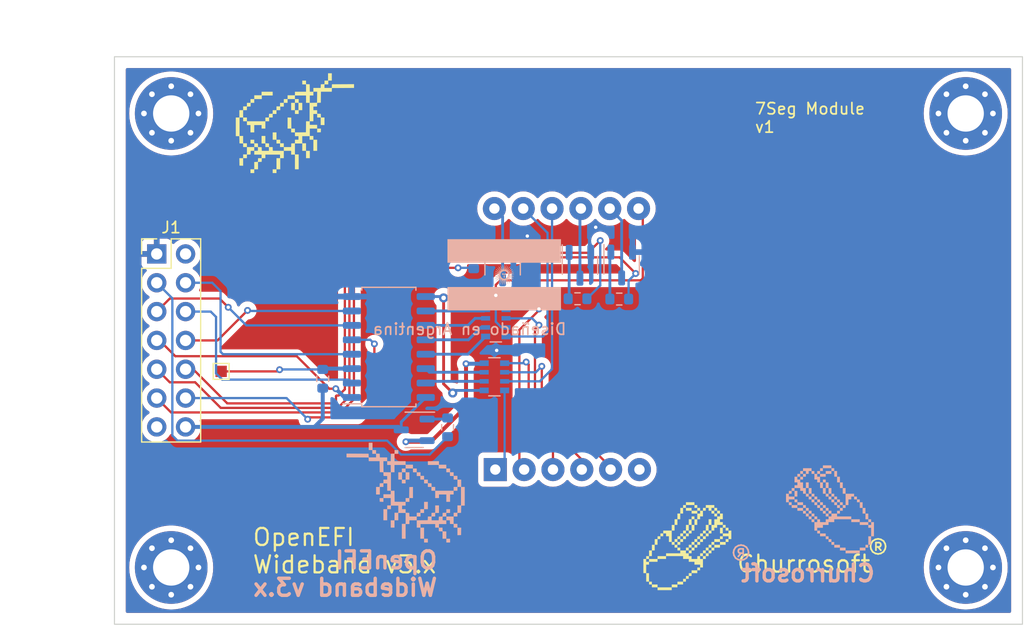
<source format=kicad_pcb>
(kicad_pcb (version 20231014) (generator "pcbnew") (generator_version "7.99")
  (layers (0 "F.Cu" signal) (31 "B.Cu" signal) (34 "B.Paste" user) (35 "F.Paste" user) (36 "B.SilkS" user "B.Silkscreen") (37 "F.SilkS" user "F.Silkscreen") (38 "B.Mask" user) (39 "F.Mask" user) (44 "Edge.Cuts" user))
  (net 0 "")
  (net 1 "GND")
  (net 2 "/DC")
  (net 3 "+5V")
  (net 4 "/DA")
  (net 5 "/PWM")
  (net 6 "/DB")
  (net 7 "/DD")
  (net 8 "Net-(Q1-B)")
  (net 9 "Net-(Q1-E)")
  (net 10 "Net-(Q2-C)")
  (net 11 "Net-(Q2-B)")
  (net 12 "Net-(U5-~{LT})")
  (net 13 "Net-(Q3-B)")
  (net 14 "Net-(Q3-C)")
  (net 15 "Net-(Q4-B)")
  (net 16 "Net-(Q4-C)")
  (net 17 "/SEG_1")
  (net 18 "/SEG_2")
  (net 19 "/SEG_3")
  (net 20 "/ENABLE")
  (net 21 "+12VA")
  (net 22 "/DP_SEG")
  (net 24 "Net-(RN5-R1.2)")
  (net 25 "Net-(RN5-R3.1)")
  (net 26 "Net-(RN5-R4.1)")
  (net 27 "Net-(RN5-R3.2)")
  (net 28 "Net-(RN5-R2.1)")
  (net 29 "Net-(RN5-R1.1)")
  (net 30 "Net-(RN5-R4.2)")
  (net 31 "Net-(RN5-R2.2)")
  (net 32 "Net-(RN6-R2.1)")
  (net 33 "Net-(RN6-R4.2)")
  (net 34 "Net-(RN6-R1.2)")
  (net 35 "Net-(RN6-R1.1)")
  (net 36 "Net-(RN6-R2.2)")
  (net 37 "Net-(RN6-R3.2)")
  (net 38 "Net-(RN6-R3.1)")
  (footprint "LOGO" (layer "F.Cu") (at 141.564 81.395)
    (property "Reference" "G***" (hide yes))
    (property "Value" "LOGO" (hide yes))
  )
  (footprint "MountingHole:MountingHole_3.2mm_M3_Pad_Via" (layer "F.Cu") (at 130.664 80.395)
    (property "Reference" "H2" (hide yes))
    (property "Value" "MountingHole")
    (pad "1" thru_hole circle (at -2.4 0) (size 0.8 0.8) (drill 0.5) (layers "*.Cu" "*.Mask"))
    (pad "1" thru_hole circle (at -1.697056 -1.697056) (size 0.8 0.8) (drill 0.5) (layers "*.Cu" "*.Mask"))
    (pad "1" thru_hole circle (at -1.697056 1.697056) (size 0.8 0.8) (drill 0.5) (layers "*.Cu" "*.Mask"))
    (pad "1" thru_hole circle (at 0 -2.4) (size 0.8 0.8) (drill 0.5) (layers "*.Cu" "*.Mask"))
    (pad "1" thru_hole circle (at 0 0) (size 6.4 6.4) (drill 3.2) (layers "*.Cu" "*.Mask"))
    (pad "1" thru_hole circle (at 0 2.4) (size 0.8 0.8) (drill 0.5) (layers "*.Cu" "*.Mask"))
    (pad "1" thru_hole circle (at 1.697056 -1.697056) (size 0.8 0.8) (drill 0.5) (layers "*.Cu" "*.Mask"))
    (pad "1" thru_hole circle (at 1.697056 1.697056) (size 0.8 0.8) (drill 0.5) (layers "*.Cu" "*.Mask"))
    (pad "1" thru_hole circle (at 2.4 0) (size 0.8 0.8) (drill 0.5) (layers "*.Cu" "*.Mask"))
  )
  (footprint "LOGO" (layer "F.Cu") (at 176.264 118.395)
    (property "Reference" "G***" (hide yes))
    (property "Value" "LOGO" (hide yes))
  )
  (footprint "Connector_PinHeader_2.00mm:PinHeader_2x12_P2.00mm_Vertical" (layer "F.Cu") (at 163.679 99.77)
    (property "Reference" "U1" (hide yes))
    (property "Value" "~" (hide yes))
    (pad "1" thru_hole rect (at -4.460001 11.999999) (size 2.032 2.032) (drill 0.9144) (layers "*.Cu" "*.Mask") (net 34 "Net-(RN6-R1.2)"))
    (pad "2" thru_hole circle (at -1.920001 12) (size 2.032 2.032) (drill 0.9144) (layers "*.Cu" "*.Mask") (net 30 "Net-(RN5-R4.2)"))
    (pad "3" thru_hole circle (at 0.619999 12) (size 2.032 2.032) (drill 0.9144) (layers "*.Cu" "*.Mask") (net 33 "Net-(RN6-R4.2)"))
    (pad "4" thru_hole circle (at 3.16 12) (size 2.032 2.032) (drill 0.9144) (layers "*.Cu" "*.Mask") (net 27 "Net-(RN5-R3.2)"))
    (pad "5" thru_hole circle (at 5.699999 11.999999) (size 2.032 2.032) (drill 0.9144) (layers "*.Cu" "*.Mask") (net 37 "Net-(RN6-R3.2)"))
    (pad "6" thru_hole circle (at 8.239999 12) (size 2.032 2.032) (drill 0.9144) (layers "*.Cu" "*.Mask"))
    (pad "7" thru_hole circle (at 8.16 -11) (size 2.032 2.032) (drill 0.9144) (layers "*.Cu" "*.Mask") (net 31 "Net-(RN5-R2.2)"))
    (pad "8" thru_hole circle (at 5.620001 -11) (size 2.032 2.032) (drill 0.9144) (layers "*.Cu" "*.Mask") (net 16 "Net-(Q4-C)"))
    (pad "9" thru_hole circle (at 3.080001 -11) (size 2.032 2.032) (drill 0.9144) (layers "*.Cu" "*.Mask") (net 14 "Net-(Q3-C)"))
    (pad "10" thru_hole circle (at 0.54 -11) (size 2.032 2.032) (drill 0.9144) (layers "*.Cu" "*.Mask") (net 36 "Net-(RN6-R2.2)"))
    (pad "11" thru_hole circle (at -2 -11) (size 2.032 2.032) (drill 0.9144) (layers "*.Cu" "*.Mask") (net 24 "Net-(RN5-R1.2)"))
    (pad "12" thru_hole circle (at -4.54 -11) (size 2.032 2.032) (drill 0.9144) (layers "*.Cu" "*.Mask") (net 10 "Net-(Q2-C)"))
  )
  (footprint "TestPoint:TestPoint_Pad_1.0x1.0mm" (layer "F.Cu") (at 135.064 103.12)
    (property "Reference" "TP3" (hide yes))
    (property "Value" "TestPoint")
    (pad "1" smd rect (at 0 0) (size 1 1) (layers "F.Cu" "F.Mask") (net 12 "Net-(U5-~{LT})"))
  )
  (footprint "MountingHole:MountingHole_3.2mm_M3_Pad_Via" (layer "F.Cu") (at 130.664 120.395)
    (property "Reference" "H3" (hide yes))
    (property "Value" "MountingHole")
    (pad "1" thru_hole circle (at -2.4 0) (size 0.8 0.8) (drill 0.5) (layers "*.Cu" "*.Mask"))
    (pad "1" thru_hole circle (at -1.697056 -1.697056) (size 0.8 0.8) (drill 0.5) (layers "*.Cu" "*.Mask"))
    (pad "1" thru_hole circle (at -1.697056 1.697056) (size 0.8 0.8) (drill 0.5) (layers "*.Cu" "*.Mask"))
    (pad "1" thru_hole circle (at 0 -2.4) (size 0.8 0.8) (drill 0.5) (layers "*.Cu" "*.Mask"))
    (pad "1" thru_hole circle (at 0 0) (size 6.4 6.4) (drill 3.2) (layers "*.Cu" "*.Mask"))
    (pad "1" thru_hole circle (at 0 2.4) (size 0.8 0.8) (drill 0.5) (layers "*.Cu" "*.Mask"))
    (pad "1" thru_hole circle (at 1.697056 -1.697056) (size 0.8 0.8) (drill 0.5) (layers "*.Cu" "*.Mask"))
    (pad "1" thru_hole circle (at 1.697056 1.697056) (size 0.8 0.8) (drill 0.5) (layers "*.Cu" "*.Mask"))
    (pad "1" thru_hole circle (at 2.4 0) (size 0.8 0.8) (drill 0.5) (layers "*.Cu" "*.Mask"))
  )
  (footprint "MountingHole:MountingHole_3.2mm_M3_Pad_Via" (layer "F.Cu") (at 200.664 120.395)
    (property "Reference" "H4" (hide yes))
    (property "Value" "MountingHole")
    (pad "1" thru_hole circle (at -2.4 0) (size 0.8 0.8) (drill 0.5) (layers "*.Cu" "*.Mask"))
    (pad "1" thru_hole circle (at -1.697056 -1.697056) (size 0.8 0.8) (drill 0.5) (layers "*.Cu" "*.Mask"))
    (pad "1" thru_hole circle (at -1.697056 1.697056) (size 0.8 0.8) (drill 0.5) (layers "*.Cu" "*.Mask"))
    (pad "1" thru_hole circle (at 0 -2.4) (size 0.8 0.8) (drill 0.5) (layers "*.Cu" "*.Mask"))
    (pad "1" thru_hole circle (at 0 0) (size 6.4 6.4) (drill 3.2) (layers "*.Cu" "*.Mask"))
    (pad "1" thru_hole circle (at 0 2.4) (size 0.8 0.8) (drill 0.5) (layers "*.Cu" "*.Mask"))
    (pad "1" thru_hole circle (at 1.697056 -1.697056) (size 0.8 0.8) (drill 0.5) (layers "*.Cu" "*.Mask"))
    (pad "1" thru_hole circle (at 1.697056 1.697056) (size 0.8 0.8) (drill 0.5) (layers "*.Cu" "*.Mask"))
    (pad "1" thru_hole circle (at 2.4 0) (size 0.8 0.8) (drill 0.5) (layers "*.Cu" "*.Mask"))
  )
  (footprint "MountingHole:MountingHole_3.2mm_M3_Pad_Via" (layer "F.Cu") (at 200.664 80.395)
    (property "Reference" "H1" (hide yes))
    (property "Value" "MountingHole")
    (pad "1" thru_hole circle (at -2.4 0) (size 0.8 0.8) (drill 0.5) (layers "*.Cu" "*.Mask"))
    (pad "1" thru_hole circle (at -1.697056 -1.697056) (size 0.8 0.8) (drill 0.5) (layers "*.Cu" "*.Mask"))
    (pad "1" thru_hole circle (at -1.697056 1.697056) (size 0.8 0.8) (drill 0.5) (layers "*.Cu" "*.Mask"))
    (pad "1" thru_hole circle (at 0 -2.4) (size 0.8 0.8) (drill 0.5) (layers "*.Cu" "*.Mask"))
    (pad "1" thru_hole circle (at 0 0) (size 6.4 6.4) (drill 3.2) (layers "*.Cu" "*.Mask"))
    (pad "1" thru_hole circle (at 0 2.4) (size 0.8 0.8) (drill 0.5) (layers "*.Cu" "*.Mask"))
    (pad "1" thru_hole circle (at 1.697056 -1.697056) (size 0.8 0.8) (drill 0.5) (layers "*.Cu" "*.Mask"))
    (pad "1" thru_hole circle (at 1.697056 1.697056) (size 0.8 0.8) (drill 0.5) (layers "*.Cu" "*.Mask"))
    (pad "1" thru_hole circle (at 2.4 0) (size 0.8 0.8) (drill 0.5) (layers "*.Cu" "*.Mask"))
  )
  (footprint "Connector_PinHeader_2.54mm:PinHeader_2x07_P2.54mm_Vertical" (layer "F.Cu") (at 129.389 92.77)
    (property "Reference" "J1" (at 1.27 -2.33 0) (layer "F.SilkS"))
    (property "Value" "Conn_01x14")
    (pad "1" thru_hole rect (at 0 0) (size 1.7 1.7) (drill 1) (layers "*.Cu" "*.Mask") (net 1 "GND"))
    (pad "2" thru_hole oval (at 2.54 0) (size 1.7 1.7) (drill 1) (layers "*.Cu" "*.Mask"))
    (pad "3" thru_hole oval (at 0 2.54) (size 1.7 1.7) (drill 1) (layers "*.Cu" "*.Mask") (net 22 "/DP_SEG"))
    (pad "4" thru_hole oval (at 2.54 2.54) (size 1.7 1.7) (drill 1) (layers "*.Cu" "*.Mask") (net 5 "/PWM"))
    (pad "5" thru_hole oval (at 0 5.08) (size 1.7 1.7) (drill 1) (layers "*.Cu" "*.Mask") (net 7 "/DD"))
    (pad "6" thru_hole oval (at 2.54 5.08) (size 1.7 1.7) (drill 1) (layers "*.Cu" "*.Mask") (net 2 "/DC"))
    (pad "7" thru_hole oval (at 0 7.62) (size 1.7 1.7) (drill 1) (layers "*.Cu" "*.Mask") (net 6 "/DB"))
    (pad "8" thru_hole oval (at 2.54 7.62) (size 1.7 1.7) (drill 1) (layers "*.Cu" "*.Mask") (net 4 "/DA"))
    (pad "9" thru_hole oval (at 0 10.16) (size 1.7 1.7) (drill 1) (layers "*.Cu" "*.Mask") (net 19 "/SEG_3"))
    (pad "10" thru_hole oval (at 2.54 10.16) (size 1.7 1.7) (drill 1) (layers "*.Cu" "*.Mask") (net 18 "/SEG_2"))
    (pad "11" thru_hole oval (at 0 12.7) (size 1.7 1.7) (drill 1) (layers "*.Cu" "*.Mask") (net 17 "/SEG_1"))
    (pad "12" thru_hole oval (at 2.54 12.7) (size 1.7 1.7) (drill 1) (layers "*.Cu" "*.Mask") (net 20 "/ENABLE"))
    (pad "13" thru_hole oval (at 0 15.24) (size 1.7 1.7) (drill 1) (layers "*.Cu" "*.Mask") (net 21 "+12VA"))
    (pad "14" thru_hole oval (at 2.54 15.24) (size 1.7 1.7) (drill 1) (layers "*.Cu" "*.Mask") (net 3 "+5V"))
  )
  (footprint "Resistor_SMD:R_0603_1608Metric" (layer "B.Cu") (at 170.139 96.745 180)
    (property "Reference" "R5" (hide yes))
    (property "Value" "10k")
    (pad "1" smd roundrect (at -0.825 0 180) (size 0.8 0.95) (layers "B.Cu" "B.Paste" "B.Mask") (net 19 "/SEG_3"))
    (pad "2" smd roundrect (at 0.825 0 180) (size 0.8 0.95) (layers "B.Cu" "B.Paste" "B.Mask") (net 15 "Net-(Q4-B)"))
  )
  (footprint "Resistor_SMD:R_0603_1608Metric" (layer "B.Cu") (at 144.014 103.77 90)
    (property "Reference" "R3" (hide yes))
    (property "Value" "10k")
    (pad "1" smd roundrect (at -0.825 0 90) (size 0.8 0.95) (layers "B.Cu" "B.Paste" "B.Mask") (net 3 "+5V"))
    (pad "2" smd roundrect (at 0.825 0 90) (size 0.8 0.95) (layers "B.Cu" "B.Paste" "B.Mask") (net 12 "Net-(U5-~{LT})"))
  )
  (footprint "Package_TO_SOT_SMD:SOT-23-3" (layer "B.Cu") (at 166.6765 93.77 -90)
    (property "Reference" "Q3" (hide yes))
    (property "Value" "BC847")
    (pad "1" smd roundrect (at -1.1375 0.949999 270) (size 1.325 0.6) (layers "B.Cu" "B.Paste" "B.Mask") (net 13 "Net-(Q3-B)"))
    (pad "2" smd roundrect (at -1.1375 -0.949999 270) (size 1.325 0.6) (layers "B.Cu" "B.Paste" "B.Mask") (net 1 "GND"))
    (pad "3" smd roundrect (at 1.1375 0 270) (size 1.325 0.6) (layers "B.Cu" "B.Paste" "B.Mask") (net 14 "Net-(Q3-C)"))
  )
  (footprint "Resistor_SMD:R_Array_Convex_4x0603" (layer "B.Cu") (at 159.264 98.845)
    (property "Reference" "RN5" (hide yes))
    (property "Value" "1K")
    (pad "1" smd rect (at -0.9 1.2) (size 0.8 0.5) (layers "B.Cu" "B.Paste" "B.Mask") (net 29 "Net-(RN5-R1.1)"))
    (pad "2" smd rect (at -0.9 0.4) (size 0.8 0.4) (layers "B.Cu" "B.Paste" "B.Mask") (net 28 "Net-(RN5-R2.1)"))
    (pad "3" smd rect (at -0.9 -0.4) (size 0.8 0.4) (layers "B.Cu" "B.Paste" "B.Mask") (net 25 "Net-(RN5-R3.1)"))
    (pad "4" smd rect (at -0.9 -1.2) (size 0.8 0.5) (layers "B.Cu" "B.Paste" "B.Mask") (net 26 "Net-(RN5-R4.1)"))
    (pad "5" smd rect (at 0.9 -1.2) (size 0.8 0.5) (layers "B.Cu" "B.Paste" "B.Mask") (net 30 "Net-(RN5-R4.2)"))
    (pad "6" smd rect (at 0.9 -0.4) (size 0.8 0.4) (layers "B.Cu" "B.Paste" "B.Mask") (net 27 "Net-(RN5-R3.2)"))
    (pad "7" smd rect (at 0.9 0.4) (size 0.8 0.4) (layers "B.Cu" "B.Paste" "B.Mask") (net 31 "Net-(RN5-R2.2)"))
    (pad "8" smd rect (at 0.9 1.2) (size 0.8 0.5) (layers "B.Cu" "B.Paste" "B.Mask") (net 24 "Net-(RN5-R1.2)"))
  )
  (footprint "Resistor_SMD:R_0603_1608Metric" (layer "B.Cu") (at 166.464 96.72 180)
    (property "Reference" "R2" (hide yes))
    (property "Value" "10k")
    (pad "1" smd roundrect (at -0.825 0 180) (size 0.8 0.95) (layers "B.Cu" "B.Paste" "B.Mask") (net 18 "/SEG_2"))
    (pad "2" smd roundrect (at 0.825 0 180) (size 0.8 0.95) (layers "B.Cu" "B.Paste" "B.Mask") (net 13 "Net-(Q3-B)"))
  )
  (footprint "Resistor_SMD:R_Array_Convex_4x0603" (layer "B.Cu") (at 159.139 103.595)
    (property "Reference" "RN6" (hide yes))
    (property "Value" "1K")
    (pad "1" smd rect (at -0.9 1.2) (size 0.8 0.5) (layers "B.Cu" "B.Paste" "B.Mask") (net 35 "Net-(RN6-R1.1)"))
    (pad "2" smd rect (at -0.9 0.4) (size 0.8 0.4) (layers "B.Cu" "B.Paste" "B.Mask") (net 32 "Net-(RN6-R2.1)"))
    (pad "3" smd rect (at -0.9 -0.4) (size 0.8 0.4) (layers "B.Cu" "B.Paste" "B.Mask") (net 38 "Net-(RN6-R3.1)"))
    (pad "4" smd rect (at -0.9 -1.2) (size 0.8 0.5) (layers "B.Cu" "B.Paste" "B.Mask") (net 9 "Net-(Q1-E)"))
    (pad "5" smd rect (at 0.9 -1.2) (size 0.8 0.5) (layers "B.Cu" "B.Paste" "B.Mask") (net 33 "Net-(RN6-R4.2)"))
    (pad "6" smd rect (at 0.9 -0.4) (size 0.8 0.4) (layers "B.Cu" "B.Paste" "B.Mask") (net 37 "Net-(RN6-R3.2)"))
    (pad "7" smd rect (at 0.9 0.4) (size 0.8 0.4) (layers "B.Cu" "B.Paste" "B.Mask") (net 36 "Net-(RN6-R2.2)"))
    (pad "8" smd rect (at 0.9 1.2) (size 0.8 0.5) (layers "B.Cu" "B.Paste" "B.Mask") (net 34 "Net-(RN6-R1.2)"))
  )
  (footprint "Package_TO_SOT_SMD:SOT-23-3" (layer "B.Cu") (at 170.3515 93.745 -90)
    (property "Reference" "Q4" (hide yes))
    (property "Value" "BC847")
    (pad "1" smd roundrect (at -1.1375 0.949999 270) (size 1.325 0.6) (layers "B.Cu" "B.Paste" "B.Mask") (net 15 "Net-(Q4-B)"))
    (pad "2" smd roundrect (at -1.1375 -0.949999 270) (size 1.325 0.6) (layers "B.Cu" "B.Paste" "B.Mask") (net 1 "GND"))
    (pad "3" smd roundrect (at 1.1375 0 270) (size 1.325 0.6) (layers "B.Cu" "B.Paste" "B.Mask") (net 16 "Net-(Q4-C)"))
  )
  (footprint "Package_TO_SOT_SMD:SOT-23-3" (layer "B.Cu") (at 152.071583 108.268915 180)
    (property "Reference" "Q1" (hide yes))
    (property "Value" "BC847")
    (pad "1" smd roundrect (at -1.1375 0.949999 180) (size 1.325 0.6) (layers "B.Cu" "B.Paste" "B.Mask") (net 8 "Net-(Q1-B)"))
    (pad "2" smd roundrect (at -1.1375 -0.949999 180) (size 1.325 0.6) (layers "B.Cu" "B.Paste" "B.Mask") (net 9 "Net-(Q1-E)"))
    (pad "3" smd roundrect (at 1.1375 0 180) (size 1.325 0.6) (layers "B.Cu" "B.Paste" "B.Mask") (net 3 "+5V"))
  )
  (footprint "Package_TO_SOT_SMD:SOT-23-3" (layer "B.Cu") (at 159.864 93.82 -90)
    (property "Reference" "Q2" (hide yes))
    (property "Value" "BC847")
    (pad "1" smd roundrect (at -1.1375 0.949999 270) (size 1.325 0.6) (layers "B.Cu" "B.Paste" "B.Mask") (net 11 "Net-(Q2-B)"))
    (pad "2" smd roundrect (at -1.1375 -0.949999 270) (size 1.325 0.6) (layers "B.Cu" "B.Paste" "B.Mask") (net 1 "GND"))
    (pad "3" smd roundrect (at 1.1375 0 270) (size 1.325 0.6) (layers "B.Cu" "B.Paste" "B.Mask") (net 10 "Net-(Q2-C)"))
  )
  (footprint "Package_SO:SOP-16_4.55x10.3mm_P1.27mm" (layer "B.Cu") (at 149.839 100.97)
    (property "Reference" "U5" (hide yes))
    (property "Value" "4511")
    (pad "1" smd roundrect (at -3.25 4.445001) (size 1.6 0.6) (layers "B.Cu" "B.Paste" "B.Mask") (net 6 "/DB"))
    (pad "2" smd roundrect (at -3.25 3.175) (size 1.6 0.6) (layers "B.Cu" "B.Paste" "B.Mask") (net 2 "/DC"))
    (pad "3" smd roundrect (at -3.25 1.904999) (size 1.6 0.6) (layers "B.Cu" "B.Paste" "B.Mask") (net 12 "Net-(U5-~{LT})"))
    (pad "4" smd roundrect (at -3.25 0.635) (size 1.6 0.6) (layers "B.Cu" "B.Paste" "B.Mask") (net 5 "/PWM"))
    (pad "5" smd roundrect (at -3.25 -0.635) (size 1.6 0.6) (layers "B.Cu" "B.Paste" "B.Mask") (net 20 "/ENABLE"))
    (pad "6" smd roundrect (at -3.25 -1.904999) (size 1.6 0.6) (layers "B.Cu" "B.Paste" "B.Mask") (net 7 "/DD"))
    (pad "7" smd roundrect (at -3.25 -3.175) (size 1.6 0.6) (layers "B.Cu" "B.Paste" "B.Mask") (net 4 "/DA"))
    (pad "8" smd roundrect (at -3.25 -4.445001) (size 1.6 0.6) (layers "B.Cu" "B.Paste" "B.Mask") (net 1 "GND"))
    (pad "9" smd roundrect (at 3.25 -4.445001) (size 1.6 0.6) (layers "B.Cu" "B.Paste" "B.Mask") (net 35 "Net-(RN6-R1.1)"))
    (pad "10" smd roundrect (at 3.25 -3.175) (size 1.6 0.6) (layers "B.Cu" "B.Paste" "B.Mask") (net 26 "Net-(RN5-R4.1)"))
    (pad "11" smd roundrect (at 3.25 -1.904999) (size 1.6 0.6) (layers "B.Cu" "B.Paste" "B.Mask") (net 25 "Net-(RN5-R3.1)"))
    (pad "12" smd roundrect (at 3.25 -0.635) (size 1.6 0.6) (layers "B.Cu" "B.Paste" "B.Mask") (net 28 "Net-(RN5-R2.1)"))
    (pad "13" smd roundrect (at 3.25 0.635) (size 1.6 0.6) (layers "B.Cu" "B.Paste" "B.Mask") (net 29 "Net-(RN5-R1.1)"))
    (pad "14" smd roundrect (at 3.25 1.904999) (size 1.6 0.6) (layers "B.Cu" "B.Paste" "B.Mask") (net 38 "Net-(RN6-R3.1)"))
    (pad "15" smd roundrect (at 3.25 3.175) (size 1.6 0.6) (layers "B.Cu" "B.Paste" "B.Mask") (net 32 "Net-(RN6-R2.1)"))
    (pad "16" smd roundrect (at 3.25 4.445001) (size 1.6 0.6) (layers "B.Cu" "B.Paste" "B.Mask") (net 3 "+5V"))
  )
  (footprint "LOGO" (layer "B.Cu") (at 160.0048 94.5974 180)
    (property "Reference" "G***" (hide yes))
    (property "Value" "LOGO" (hide yes))
  )
  (footprint "LOGO" (layer "B.Cu") (at 188.5818 115.148 180)
    (property "Reference" "G***" (hide yes))
    (property "Value" "LOGO" (hide yes))
  )
  (footprint "Resistor_SMD:R_0603_1608Metric" (layer "B.Cu") (at 155.014 108.045 90)
    (property "Reference" "R4" (hide yes))
    (property "Value" "10k")
    (pad "1" smd roundrect (at -0.825 0 90) (size 0.8 0.95) (layers "B.Cu" "B.Paste" "B.Mask") (net 22 "/DP_SEG"))
    (pad "2" smd roundrect (at 0.825 0 90) (size 0.8 0.95) (layers "B.Cu" "B.Paste" "B.Mask") (net 8 "Net-(Q1-B)"))
  )
  (footprint "LOGO" (layer "B.Cu") (at 151.318 113.945658 180)
    (property "Reference" "G***" (hide yes))
    (property "Value" "LOGO" (hide yes))
  )
  (footprint "Resistor_SMD:R_0603_1608Metric" (layer "B.Cu") (at 157.314 93.245 90)
    (property "Reference" "R1" (hide yes))
    (property "Value" "10k")
    (pad "1" smd roundrect (at -0.825 0 90) (size 0.8 0.95) (layers "B.Cu" "B.Paste" "B.Mask") (net 17 "/SEG_1"))
    (pad "2" smd roundrect (at 0.825 0 90) (size 0.8 0.95) (layers "B.Cu" "B.Paste" "B.Mask") (net 11 "Net-(Q2-B)"))
  )
  (gr_rect (start 125.664 75.395) (end 205.664 125.395) (stroke (width 0.1)) (fill none) (layer "Edge.Cuts"))
  (gr_text "OpenEFI\nWideband v3.x" (at 154.2644 123.0454 0) (layer "B.SilkS") (effects (font (size 1.5 1.5) (thickness 0.3)) (justify left bottom mirror)))
  (gr_text "Churrosoft" (at 192.8216 121.7754 0) (layer "B.SilkS") (effects (font (size 1.5 1.5) (thickness 0.3)) (justify left bottom mirror)))
  (gr_text "Diseñado en Argentina" (at 165.5674 99.9822 0) (layer "B.SilkS") (effects (font (size 1 1)) (justify left bottom mirror)))
  (gr_text "®" (at 181.8234 119.6926 -0) (layer "B.SilkS") (effects (font (size 1 1)) (justify left bottom mirror)))
  (gr_text "®" (at 191.989 119.145 0) (layer "F.SilkS") (effects (font (size 1 1)) (justify left bottom)))
  (gr_text "Churrosoft" (at 180.4042 120.9532 0) (layer "F.SilkS") (effects (font (size 1.5 1.5) (thickness 0.2)) (justify left bottom)))
  (gr_text "7Seg Module\nv1" (at 182.014 82.17 0) (layer "F.SilkS") (effects (font (size 1 1)) (justify left bottom)))
  (gr_text "OpenEFI\nWideband v3.x" (at 137.739 121.02 0) (layer "F.SilkS") (effects (font (size 1.5 1.5) (thickness 0.2)) (justify left bottom)))
  (via (at 159.339 101.27) (size 0.6) (drill 0.3) (layers "F.Cu" "B.Cu") (net 1))
  (via (at 162.039 91.195) (size 0.6) (drill 0.3) (layers "F.Cu" "B.Cu") (net 1))
  (via (at 168.064 90.42) (size 0.6) (drill 0.3) (layers "F.Cu" "B.Cu") (net 1))
  (segment (start 146.289001 103.845001) (end 135.164001 103.845001) (width 0.2) (layer "B.Cu") (net 2))
  (segment (start 134.614 103.295) (end 134.614 98.32) (width 0.2) (layer "B.Cu") (net 2))
  (segment (start 134.614 98.32) (end 134.144 97.85) (width 0.2) (layer "B.Cu") (net 2))
  (segment (start 134.144 97.85) (end 131.929 97.85) (width 0.2) (layer "B.Cu") (net 2))
  (segment (start 135.164001 103.845001) (end 134.614 103.295) (width 0.2) (layer "B.Cu") (net 2))
  (segment (start 146.589 104.145) (end 146.289001 103.845001) (width 0.2) (layer "B.Cu") (net 2))
  (segment (start 150.934083 108.268915) (end 150.934083 107.569918) (width 0.25) (layer "B.Cu") (net 3))
  (segment (start 150.934083 107.569918) (end 153.089 105.415001) (width 0.25) (layer "B.Cu") (net 3))
  (segment (start 143.289 108.01) (end 150.675168 108.01) (width 0.35) (layer "B.Cu") (net 3))
  (segment (start 150.675168 108.01) (end 150.934083 108.268915) (width 0.35) (layer "B.Cu") (net 3))
  (segment (start 144.014 104.595) (end 144.014 107.285) (width 0.35) (layer "B.Cu") (net 3))
  (segment (start 131.929 108.01) (end 143.289 108.01) (width 0.35) (layer "B.Cu") (net 3))
  (segment (start 144.014 107.285) (end 143.289 108.01) (width 0.35) (layer "B.Cu") (net 3))
  (segment (start 137.389 97.745) (end 134.744 100.39) (width 0.2) (layer "F.Cu") (net 4))
  (segment (start 134.744 100.39) (end 131.929 100.39) (width 0.2) (layer "F.Cu") (net 4))
  (via (at 137.389 97.745) (size 0.6) (drill 0.3) (layers "F.Cu" "B.Cu") (net 4))
  (segment (start 137.439 97.795) (end 137.389 97.745) (width 0.2) (layer "B.Cu") (net 4))
  (segment (start 146.589 97.795) (end 137.439 97.795) (width 0.2) (layer "B.Cu") (net 4))
  (segment (start 135.224 101.605) (end 135.014 101.395) (width 0.2) (layer "B.Cu") (net 5))
  (segment (start 135.014 96.045) (end 134.279 95.31) (width 0.2) (layer "B.Cu") (net 5))
  (segment (start 134.279 95.31) (end 131.929 95.31) (width 0.2) (layer "B.Cu") (net 5))
  (segment (start 135.014 101.395) (end 135.014 96.045) (width 0.2) (layer "B.Cu") (net 5))
  (segment (start 146.589 101.605) (end 135.224 101.605) (width 0.2) (layer "B.Cu") (net 5))
  (segment (start 131.024 101.78) (end 129.634 100.39) (width 0.2) (layer "F.Cu") (net 6))
  (segment (start 145.164 104.645) (end 144.589 104.645) (width 0.2) (layer "F.Cu") (net 6))
  (segment (start 141.724 101.78) (end 131.024 101.78) (width 0.2) (layer "F.Cu") (net 6))
  (segment (start 129.634 100.39) (end 129.389 100.39) (width 0.2) (layer "F.Cu") (net 6))
  (segment (start 144.589 104.645) (end 141.724 101.78) (width 0.2) (layer "F.Cu") (net 6))
  (via (at 145.164 104.645) (size 0.6) (drill 0.3) (layers "F.Cu" "B.Cu") (net 6))
  (segment (start 145.934001 105.415001) (end 146.589 105.415001) (width 0.35) (layer "B.Cu") (net 6))
  (segment (start 145.164 104.645) (end 145.934001 105.415001) (width 0.35) (layer "B.Cu") (net 6))
  (segment (start 135.689 97.47) (end 134.919 96.7) (width 0.2) (layer "F.Cu") (net 7))
  (segment (start 130.539 96.7) (end 129.389 97.85) (width 0.2) (layer "F.Cu") (net 7))
  (segment (start 134.919 96.7) (end 130.539 96.7) (width 0.2) (layer "F.Cu") (net 7))
  (via (at 135.689 97.47) (size 0.6) (drill 0.3) (layers "F.Cu" "B.Cu") (net 7))
  (segment (start 137.284001 99.065001) (end 135.689 97.47) (width 0.2) (layer "B.Cu") (net 7))
  (segment (start 146.589 99.065001) (end 137.284001 99.065001) (width 0.2) (layer "B.Cu") (net 7))
  (segment (start 153.209083 107.318916) (end 154.915084 107.318916) (width 0.25) (layer "B.Cu") (net 8))
  (segment (start 154.915084 107.318916) (end 155.014 107.22) (width 0.25) (layer "B.Cu") (net 8))
  (segment (start 156.639 106.22) (end 156.639 102.445) (width 0.35) (layer "F.Cu") (net 9))
  (segment (start 153.539 109.32) (end 156.639 106.22) (width 0.35) (layer "F.Cu") (net 9))
  (segment (start 151.339 109.32) (end 153.539 109.32) (width 0.35) (layer "F.Cu") (net 9))
  (via (at 156.639 102.445) (size 0.6) (drill 0.3) (layers "F.Cu" "B.Cu") (net 9))
  (via (at 151.339 109.32) (size 0.6) (drill 0.3) (layers "F.Cu" "B.Cu") (net 9))
  (segment (start 151.440086 109.218914) (end 151.339 109.32) (width 0.35) (layer "B.Cu") (net 9))
  (segment (start 158.189 102.445) (end 158.239 102.395) (width 0.35) (layer "B.Cu") (net 9))
  (segment (start 153.209083 109.218914) (end 151.440086 109.218914) (width 0.35) (layer "B.Cu") (net 9))
  (segment (start 156.639 102.445) (end 158.189 102.445) (width 0.35) (layer "B.Cu") (net 9))
  (segment (start 159.864 94.9575) (end 159.864 89.495) (width 0.25) (layer "B.Cu") (net 10))
  (segment (start 159.864 89.495) (end 159.139 88.77) (width 0.25) (layer "B.Cu") (net 10))
  (segment (start 158.651501 92.42) (end 158.914001 92.6825) (width 0.25) (layer "B.Cu") (net 11))
  (segment (start 157.314 92.42) (end 158.651501 92.42) (width 0.25) (layer "B.Cu") (net 11))
  (segment (start 135.064 103.12) (end 140.064 103.12) (width 0.2) (layer "F.Cu") (net 12))
  (segment (start 140.064 103.12) (end 140.214 102.97) (width 0.2) (layer "F.Cu") (net 12))
  (via (at 140.214 102.97) (size 0.6) (drill 0.3) (layers "F.Cu" "B.Cu") (net 12))
  (segment (start 140.214 102.97) (end 140.239 102.945) (width 0.2) (layer "B.Cu") (net 12))
  (segment (start 146.589 102.874999) (end 144.084001 102.874999) (width 0.35) (layer "B.Cu") (net 12))
  (segment (start 144.084001 102.874999) (end 144.014 102.945) (width 0.35) (layer "B.Cu") (net 12))
  (segment (start 140.239 102.945) (end 144.014 102.945) (width 0.2) (layer "B.Cu") (net 12))
  (segment (start 165.639 96.645) (end 165.726501 96.557499) (width 0.25) (layer "B.Cu") (net 13))
  (segment (start 165.639 96.72) (end 165.639 96.645) (width 0.25) (layer "B.Cu") (net 13))
  (segment (start 165.726501 96.557499) (end 165.726501 92.6325) (width 0.25) (layer "B.Cu") (net 13))
  (segment (start 166.6765 94.9075) (end 166.6765 88.852501) (width 0.25) (layer "B.Cu") (net 14))
  (segment (start 166.6765 88.852501) (end 166.759001 88.77) (width 0.25) (layer "B.Cu") (net 14))
  (segment (start 169.314 96.745) (end 169.314 92.695001) (width 0.25) (layer "B.Cu") (net 15))
  (segment (start 169.314 92.695001) (end 169.401501 92.6075) (width 0.25) (layer "B.Cu") (net 15))
  (segment (start 170.3515 89.822499) (end 169.299001 88.77) (width 0.25) (layer "B.Cu") (net 16))
  (segment (start 170.3515 94.8825) (end 170.3515 89.822499) (width 0.25) (layer "B.Cu") (net 16))
  (segment (start 146.764 105.57) (end 146.764 95.67) (width 0.2) (layer "F.Cu") (net 17))
  (segment (start 146.764 95.67) (end 148.439 93.995) (width 0.2) (layer "F.Cu") (net 17))
  (segment (start 130.6545 106.7355) (end 145.5985 106.7355) (width 0.2) (layer "F.Cu") (net 17))
  (segment (start 145.5985 106.7355) (end 146.764 105.57) (width 0.2) (layer "F.Cu") (net 17))
  (segment (start 129.389 105.47) (end 130.6545 106.7355) (width 0.2) (layer "F.Cu") (net 17))
  (segment (start 148.439 93.995) (end 155.939 93.995) (width 0.2) (layer "F.Cu") (net 17))
  (via (at 155.939 93.995) (size 0.6) (drill 0.3) (layers "F.Cu" "B.Cu") (net 17))
  (segment (start 157.239 93.995) (end 157.314 94.07) (width 0.2) (layer "B.Cu") (net 17))
  (segment (start 155.939 93.995) (end 157.239 93.995) (width 0.2) (layer "B.Cu") (net 17))
  (segment (start 145.412529 105.245) (end 145.239 105.245) (width 0.2) (layer "F.Cu") (net 18))
  (segment (start 145.239 105.245) (end 145.182814 105.301186) (width 0.2) (layer "F.Cu") (net 18))
  (segment (start 148.623315 92.67) (end 145.964 95.329314) (width 0.2) (layer "F.Cu") (net 18))
  (segment (start 168.464 91.595) (end 167.389 92.67) (width 0.2) (layer "F.Cu") (net 18))
  (segment (start 145.964 95.329314) (end 145.964 104.693529) (width 0.2) (layer "F.Cu") (net 18))
  (segment (start 145.964 104.693529) (end 145.412529 105.245) (width 0.2) (layer "F.Cu") (net 18))
  (segment (start 145.182814 105.9355) (end 135.6045 105.9355) (width 0.2) (layer "F.Cu") (net 18))
  (segment (start 132.599 102.93) (end 131.929 102.93) (width 0.2) (layer "F.Cu") (net 18))
  (segment (start 145.182814 105.301186) (end 145.182814 105.9355) (width 0.2) (layer "F.Cu") (net 18))
  (segment (start 135.6045 105.9355) (end 132.599 102.93) (width 0.2) (layer "F.Cu") (net 18))
  (segment (start 167.389 92.67) (end 148.623315 92.67) (width 0.2) (layer "F.Cu") (net 18))
  (via (at 168.464 91.595) (size 0.6) (drill 0.3) (layers "F.Cu" "B.Cu") (net 18))
  (segment (start 168.464 91.595) (end 168.464 95.545) (width 0.2) (layer "B.Cu") (net 18))
  (segment (start 168.464 95.545) (end 167.289 96.72) (width 0.2) (layer "B.Cu") (net 18))
  (segment (start 129.389 102.93) (end 130.539 104.08) (width 0.2) (layer "F.Cu") (net 19))
  (segment (start 132.774 104.08) (end 135.0295 106.3355) (width 0.2) (layer "F.Cu") (net 19))
  (segment (start 135.0295 106.3355) (end 145.3485 106.3355) (width 0.2) (layer "F.Cu") (net 19))
  (segment (start 148.789 93.07) (end 170.164 93.07) (width 0.2) (layer "F.Cu") (net 19))
  (segment (start 146.364 95.495) (end 148.789 93.07) (width 0.2) (layer "F.Cu") (net 19))
  (segment (start 130.539 104.08) (end 132.774 104.08) (width 0.2) (layer "F.Cu") (net 19))
  (segment (start 146.364 105.32) (end 146.364 95.495) (width 0.2) (layer "F.Cu") (net 19))
  (segment (start 170.164 93.07) (end 171.589 94.495) (width 0.2) (layer "F.Cu") (net 19))
  (segment (start 145.3485 106.3355) (end 146.364 105.32) (width 0.2) (layer "F.Cu") (net 19))
  (via (at 171.589 94.495) (size 0.6) (drill 0.3) (layers "F.Cu" "B.Cu") (net 19))
  (segment (start 171.589 94.495) (end 170.964 95.12) (width 0.2) (layer "B.Cu") (net 19))
  (segment (start 170.964 95.12) (end 170.964 96.745) (width 0.2) (layer "B.Cu") (net 19))
  (segment (start 142.689 107.335) (end 142.854 107.17) (width 0.2) (layer "F.Cu") (net 20))
  (segment (start 147.089 107.17) (end 148.564 105.695) (width 0.2) (layer "F.Cu") (net 20))
  (segment (start 142.854 107.17) (end 147.089 107.17) (width 0.2) (layer "F.Cu") (net 20))
  (segment (start 148.564 105.695) (end 148.564 100.695) (width 0.2) (layer "F.Cu") (net 20))
  (via (at 142.689 107.335) (size 0.6) (drill 0.3) (layers "F.Cu" "B.Cu") (net 20))
  (via (at 148.564 100.695) (size 0.6) (drill 0.3) (layers "F.Cu" "B.Cu") (net 20))
  (segment (start 148.564 100.695) (end 148.204 100.335) (width 0.2) (layer "B.Cu") (net 20))
  (segment (start 148.204 100.335) (end 146.589 100.335) (width 0.2) (layer "B.Cu") (net 20))
  (segment (start 142.689 107.335) (end 140.824 105.47) (width 0.2) (layer "B.Cu") (net 20))
  (segment (start 140.824 105.47) (end 131.929 105.47) (width 0.2) (layer "B.Cu") (net 20))
  (segment (start 129.389 95.31) (end 130.764 96.685) (width 0.2) (layer "B.Cu") (net 22))
  (segment (start 131.214 109.22) (end 149.689 109.22) (width 0.2) (layer "B.Cu") (net 22))
  (segment (start 130.764 96.685) (end 130.764 108.77) (width 0.2) (layer "B.Cu") (net 22))
  (segment (start 149.689 109.22) (end 150.914 110.445) (width 0.2) (layer "B.Cu") (net 22))
  (segment (start 130.764 108.77) (end 131.214 109.22) (width 0.2) (layer "B.Cu") (net 22))
  (segment (start 150.914 110.445) (end 153.439 110.445) (width 0.2) (layer "B.Cu") (net 22))
  (segment (start 153.439 110.445) (end 155.014 108.87) (width 0.2) (layer "B.Cu") (net 22))
  (segment (start 163.819 99.64) (end 163.819 90.91) (width 0.2) (layer "B.Cu") (net 24))
  (segment (start 160.164 100.045) (end 163.414 100.045) (width 0.2) (layer "B.Cu") (net 24))
  (segment (start 163.414 100.045) (end 163.819 99.64) (width 0.2) (layer "B.Cu") (net 24))
  (segment (start 163.819 90.91) (end 161.679 88.77) (width 0.2) (layer "B.Cu") (net 24))
  (segment (start 158.364 98.445) (end 157.439 98.445) (width 0.25) (layer "B.Cu") (net 25))
  (segment (start 157.439 98.445) (end 156.818999 99.065001) (width 0.25) (layer "B.Cu") (net 25))
  (segment (start 156.818999 99.065001) (end 153.089 99.065001) (width 0.25) (layer "B.Cu") (net 25))
  (segment (start 153.089 97.795) (end 158.214 97.795) (width 0.25) (layer "B.Cu") (net 26))
  (segment (start 158.214 97.795) (end 158.364 97.645) (width 0.25) (layer "B.Cu") (net 26))
  (segment (start 163.064 99.045) (end 162.714 99.395) (width 0.2) (layer "F.Cu") (net 27))
  (segment (start 162.714 99.395) (end 162.714 106.77) (width 0.2) (layer "F.Cu") (net 27))
  (segment (start 166.839 110.895) (end 166.839 111.77) (width 0.2) (layer "F.Cu") (net 27))
  (segment (start 162.714 106.77) (end 166.839 110.895) (width 0.2) (layer "F.Cu") (net 27))
  (via (at 163.064 99.045) (size 0.6) (drill 0.3) (layers "F.Cu" "B.Cu") (net 27))
  (segment (start 163.064 99.045) (end 162.464 98.445) (width 0.2) (layer "B.Cu") (net 27))
  (segment (start 162.464 98.445) (end 160.164 98.445) (width 0.2) (layer "B.Cu") (net 27))
  (segment (start 158.364 99.245) (end 157.939 99.245) (width 0.25) (layer "B.Cu") (net 28))
  (segment (start 157.939 99.245) (end 156.849 100.335) (width 0.25) (layer "B.Cu") (net 28))
  (segment (start 156.849 100.335) (end 153.089 100.335) (width 0.25) (layer "B.Cu") (net 28))
  (segment (start 156.804 101.605) (end 158.364 100.045) (width 0.25) (layer "B.Cu") (net 29))
  (segment (start 153.089 101.605) (end 156.804 101.605) (width 0.25) (layer "B.Cu") (net 29))
  (segment (start 163.064 97.62) (end 163.064 97.735685) (width 0.2) (layer "F.Cu") (net 30))
  (segment (start 161.339 99.460685) (end 161.339 111.350001) (width 0.2) (layer "F.Cu") (net 30))
  (segment (start 161.339 111.350001) (end 161.758999 111.77) (width 0.2) (layer "F.Cu") (net 30))
  (segment (start 163.064 97.735685) (end 161.339 99.460685) (width 0.2) (layer "F.Cu") (net 30))
  (via (at 163.064 97.62) (size 0.6) (drill 0.3) (layers "F.Cu" "B.Cu") (net 30))
  (segment (start 160.164 97.645) (end 163.039 97.645) (width 0.2) (layer "B.Cu") (net 30))
  (segment (start 163.039 97.645) (end 163.064 97.62) (width 0.2) (layer "B.Cu") (net 30))
  (segment (start 159.264 95.495) (end 159.664 95.095) (width 0.2) (layer "F.Cu") (net 31))
  (segment (start 172.214 89.145) (end 171.839 88.77) (width 0.2) (layer "F.Cu") (net 31))
  (segment (start 172.039 95.095) (end 172.214 94.92) (width 0.2) (layer "F.Cu") (net 31))
  (segment (start 172.214 94.92) (end 172.214 89.145) (width 0.2) (layer "F.Cu") (net 31))
  (segment (start 159.664 95.095) (end 172.039 95.095) (width 0.2) (layer "F.Cu") (net 31))
  (segment (start 159.264 96.42) (end 159.264 95.495) (width 0.2) (layer "F.Cu") (net 31))
  (via (at 159.264 96.42) (size 0.6) (drill 0.3) (layers "F.Cu" "B.Cu") (net 31))
  (segment (start 159.264 96.42) (end 159.264 98.745) (width 0.2) (layer "B.Cu") (net 31))
  (segment (start 159.764 99.245) (end 160.164 99.245) (width 0.2) (layer "B.Cu") (net 31))
  (segment (start 159.264 98.745) (end 159.764 99.245) (width 0.2) (layer "B.Cu") (net 31))
  (segment (start 158.239 103.995) (end 153.239 103.995) (width 0.25) (layer "B.Cu") (net 32))
  (segment (start 153.239 103.995) (end 153.089 104.145) (width 0.25) (layer "B.Cu") (net 32))
  (segment (start 161.939 102.295) (end 162.158999 102.514999) (width 0.2) (layer "F.Cu") (net 33))
  (segment (start 164.298999 109.829999) (end 164.298999 111.77) (width 0.2) (layer "F.Cu") (net 33))
  (segment (start 162.158999 107.689999) (end 164.298999 109.829999) (width 0.2) (layer "F.Cu") (net 33))
  (segment (start 162.158999 102.514999) (end 162.158999 107.689999) (width 0.2) (layer "F.Cu") (net 33))
  (via (at 161.939 102.295) (size 0.6) (drill 0.3) (layers "F.Cu" "B.Cu") (net 33))
  (segment (start 161.839 102.395) (end 161.939 102.295) (width 0.2) (layer "B.Cu") (net 33))
  (segment (start 160.039 102.395) (end 161.839 102.395) (width 0.2) (layer "B.Cu") (net 33))
  (segment (start 160.039 110.949998) (end 159.218999 111.769999) (width 0.2) (layer "B.Cu") (net 34))
  (segment (start 160.039 104.795) (end 160.039 110.949998) (width 0.2) (layer "B.Cu") (net 34))
  (segment (start 154.664 104.22) (end 155.464 105.02) (width 0.25) (layer "F.Cu") (net 35))
  (segment (start 154.664 96.645) (end 154.664 104.22) (width 0.25) (layer "F.Cu") (net 35))
  (via (at 154.664 96.645) (size 0.8) (drill 0.4) (layers "F.Cu" "B.Cu") (net 35))
  (via (at 155.464 105.02) (size 0.8) (drill 0.4) (layers "F.Cu" "B.Cu") (net 35))
  (segment (start 155.689 104.795) (end 158.239 104.795) (width 0.25) (layer "B.Cu") (net 35))
  (segment (start 155.464 105.02) (end 155.689 104.795) (width 0.25) (layer "B.Cu") (net 35))
  (segment (start 153.089 96.524999) (end 154.543999 96.524999) (width 0.25) (layer "B.Cu") (net 35))
  (segment (start 154.543999 96.524999) (end 154.664 96.645) (width 0.25) (layer "B.Cu") (net 35))
  (segment (start 164.219 102.915) (end 163.139 103.995) (width 0.2) (layer "B.Cu") (net 36))
  (segment (start 163.139 103.995) (end 160.039 103.995) (width 0.2) (layer "B.Cu") (net 36))
  (segment (start 164.219 88.77) (end 164.219 102.915) (width 0.2) (layer "B.Cu") (net 36))
  (segment (start 163.314 105.495) (end 169.378999 111.559999) (width 0.2) (layer "F.Cu") (net 37))
  (segment (start 169.378999 111.559999) (end 169.378999 111.769999) (width 0.2) (layer "F.Cu") (net 37))
  (segment (start 163.314 102.67) (end 163.314 105.495) (width 0.2) (layer "F.Cu") (net 37))
  (via (at 163.314 102.67) (size 0.6) (drill 0.3) (layers "F.Cu" "B.Cu") (net 37))
  (segment (start 162.789 103.195) (end 163.314 102.67) (width 0.2) (layer "B.Cu") (net 37))
  (segment (start 160.039 103.195) (end 162.789 103.195) (width 0.2) (layer "B.Cu") (net 37))
  (segment (start 153.409001 103.195) (end 158.239 103.195) (width 0.25) (layer "B.Cu") (net 38))
  (segment (start 153.089 102.874999) (end 153.409001 103.195) (width 0.25) (layer "B.Cu") (net 38))
  (zone (net 1) (net_name "GND") (layers "F&B.Cu") (connect_pads (clearance 0.5)) (min_thickness 0.25) (fill yes (thermal_gap 0.5) (thermal_bridge_width 0.5))
    (polygon (pts (xy 126.664 76.395) (xy 204.664 76.395) (xy 204.664 124.395) (xy 126.664 124.395)))
  )
)
</source>
